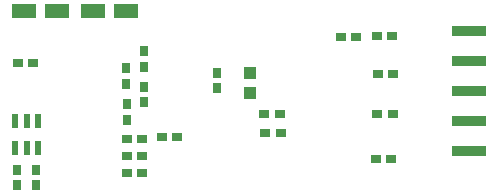
<source format=gbr>
%TF.GenerationSoftware,KiCad,Pcbnew,(6.0.7)*%
%TF.CreationDate,2022-09-07T18:04:23+02:00*%
%TF.ProjectId,BMP2_Railgun,424d5032-5f52-4616-996c-67756e2e6b69,rev?*%
%TF.SameCoordinates,Original*%
%TF.FileFunction,Paste,Bot*%
%TF.FilePolarity,Positive*%
%FSLAX46Y46*%
G04 Gerber Fmt 4.6, Leading zero omitted, Abs format (unit mm)*
G04 Created by KiCad (PCBNEW (6.0.7)) date 2022-09-07 18:04:23*
%MOMM*%
%LPD*%
G01*
G04 APERTURE LIST*
%ADD10R,3.000000X0.850000*%
%ADD11R,0.900000X0.700000*%
%ADD12R,0.700000X0.900000*%
%ADD13R,0.600000X1.200000*%
%ADD14R,2.000000X1.200000*%
%ADD15R,1.000000X1.100000*%
G04 APERTURE END LIST*
D10*
%TO.C,X2*%
X110850000Y-99250000D03*
X110850000Y-101790000D03*
X110850000Y-104330000D03*
X110850000Y-106870000D03*
X110850000Y-109410000D03*
%TD*%
D11*
%TO.C,R9*%
X81900000Y-108325000D03*
X83200000Y-108325000D03*
%TD*%
%TO.C,R8*%
X81925000Y-109775000D03*
X83225000Y-109775000D03*
%TD*%
%TO.C,R7*%
X81925000Y-111200000D03*
X83225000Y-111200000D03*
%TD*%
D12*
%TO.C,R6*%
X83325000Y-102225000D03*
X83325000Y-100925000D03*
%TD*%
%TO.C,R5*%
X81850000Y-103675000D03*
X81850000Y-102375000D03*
%TD*%
%TO.C,R3*%
X72600000Y-110950000D03*
X72600000Y-112250000D03*
%TD*%
%TO.C,R2*%
X74250000Y-110950000D03*
X74250000Y-112250000D03*
%TD*%
D13*
%TO.C,D1*%
X74375000Y-109150000D03*
X73425000Y-109150000D03*
X72475000Y-109150000D03*
X72475000Y-106850000D03*
X73425000Y-106850000D03*
X74375000Y-106850000D03*
%TD*%
D11*
%TO.C,C26*%
X104350000Y-99650000D03*
X103050000Y-99650000D03*
%TD*%
%TO.C,C25*%
X104450000Y-102825000D03*
X103150000Y-102825000D03*
%TD*%
%TO.C,C24*%
X104300000Y-110025000D03*
X103000000Y-110025000D03*
%TD*%
%TO.C,C23*%
X104425000Y-106275000D03*
X103125000Y-106275000D03*
%TD*%
%TO.C,C20*%
X101350000Y-99675000D03*
X100050000Y-99675000D03*
%TD*%
D12*
%TO.C,C17*%
X83325000Y-103925000D03*
X83325000Y-105225000D03*
%TD*%
%TO.C,C16*%
X81900000Y-106725000D03*
X81900000Y-105425000D03*
%TD*%
D14*
%TO.C,C15*%
X79075000Y-97550000D03*
X81875000Y-97550000D03*
%TD*%
D11*
%TO.C,C14*%
X86150000Y-108225000D03*
X84850000Y-108225000D03*
%TD*%
%TO.C,C13*%
X94850000Y-106275000D03*
X93550000Y-106275000D03*
%TD*%
D12*
%TO.C,C12*%
X89525000Y-102775000D03*
X89525000Y-104075000D03*
%TD*%
D15*
%TO.C,C11*%
X92325000Y-102775000D03*
X92325000Y-104475000D03*
%TD*%
D11*
%TO.C,C9*%
X94925000Y-107850000D03*
X93625000Y-107850000D03*
%TD*%
D14*
%TO.C,C7*%
X73225000Y-97550000D03*
X76025000Y-97550000D03*
%TD*%
D11*
%TO.C,C5*%
X73975000Y-101950000D03*
X72675000Y-101950000D03*
%TD*%
M02*

</source>
